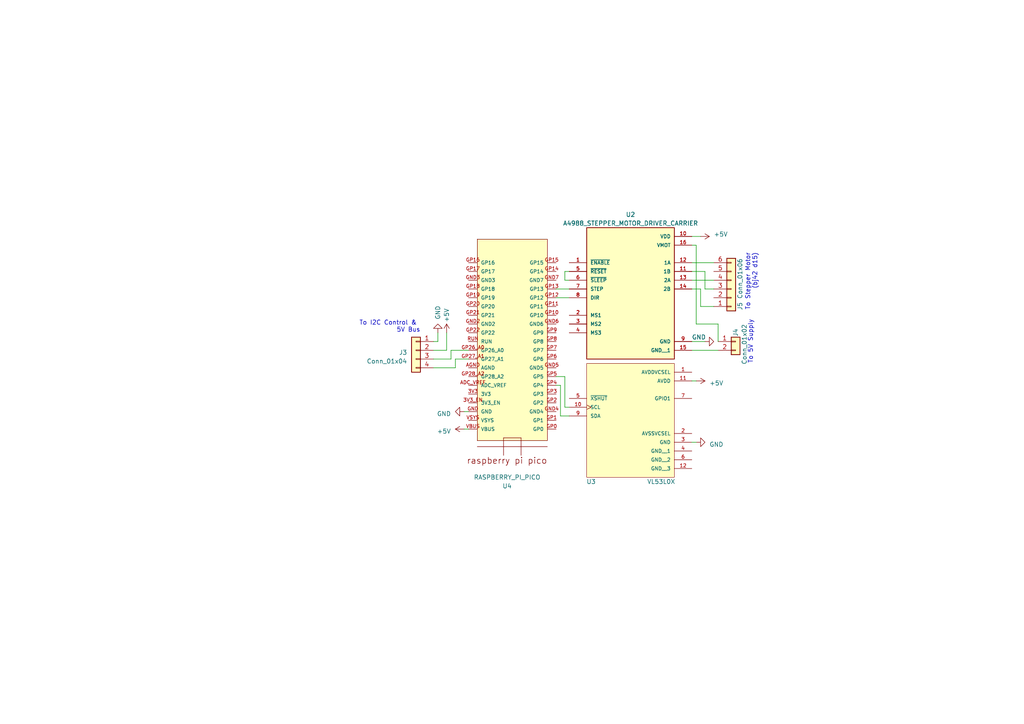
<source format=kicad_sch>
(kicad_sch (version 20230121) (generator eeschema)
  (paper "A4")
  (title_block (title "BarBot Caddy Schematic") (date "2024-02-01") (rev "1") (company "Nottinghack"))
  (lib_symbols
    (symbol "A4988_STEPPER_MOTOR_DRIVER_CARRIER:A4988_STEPPER_MOTOR_DRIVER_CARRIER" (pin_names (offset 1.016))
      (property "Reference" "U" (at -12.7 19.05 0))
      (property "Value" "A4988_STEPPER_MOTOR_DRIVER_CARRIER" (at -12.7 -24.13 0))
      (symbol "A4988_STEPPER_MOTOR_DRIVER_CARRIER_0_0"
        (rectangle (start -12.7 -20.32) (end 12.7 17.78) (stroke (width 0.254)) (fill (type background)))
        (pin input line (at -17.78 7.62 0) (length 5.08) (name "~{ENABLE}") (number "1"))
        (pin power_in line (at 17.78 15.24 180) (length 5.08) (name "VDD") (number "10"))
        (pin output line (at 17.78 5.08 180) (length 5.08) (name "1B") (number "11"))
        (pin output line (at 17.78 7.62 180) (length 5.08) (name "1A") (number "12"))
        (pin output line (at 17.78 2.54 180) (length 5.08) (name "2A") (number "13"))
        (pin output line (at 17.78 0 180) (length 5.08) (name "2B") (number "14"))
        (pin power_in line (at 17.78 -17.78 180) (length 5.08) (name "GND__1") (number "15"))
        (pin power_in line (at 17.78 12.7 180) (length 5.08) (name "VMOT") (number "16"))
        (pin input line (at -17.78 -7.62 0) (length 5.08) (name "MS1") (number "2"))
        (pin input line (at -17.78 -10.16 0) (length 5.08) (name "MS2") (number "3"))
        (pin input line (at -17.78 -12.7 0) (length 5.08) (name "MS3") (number "4"))
        (pin input line (at -17.78 5.08 0) (length 5.08) (name "~{RESET}") (number "5"))
        (pin input line (at -17.78 2.54 0) (length 5.08) (name "~{SLEEP}") (number "6"))
        (pin input line (at -17.78 0 0) (length 5.08) (name "STEP") (number "7"))
        (pin input line (at -17.78 -2.54 0) (length 5.08) (name "DIR") (number "8"))
        (pin power_in line (at 17.78 -15.24 180) (length 5.08) (name "GND") (number "9"))
      )
    )
    (symbol "Connector_Generic:Conn_01x02" (pin_names (offset 1.016) hide)
      (property "Reference" "J" (at 0 2.54 0))
      (property "Value" "Conn_01x02" (at 0 -5.08 0))
      (symbol "Conn_01x02_1_1"
        (rectangle (start -1.27 -2.413) (end 0 -2.667) (stroke (width 0.1524)))
        (rectangle (start -1.27 0.127) (end 0 -0.127) (stroke (width 0.1524)))
        (rectangle (start -1.27 1.27) (end 1.27 -3.81) (stroke (width 0.254)) (fill (type background)))
        (pin passive line (at -5.08 0 0) (length 3.81) (name "Pin_1") (number "1"))
        (pin passive line (at -5.08 -2.54 0) (length 3.81) (name "Pin_2") (number "2"))
      )
    )
    (symbol "Connector_Generic:Conn_01x04" (pin_names (offset 1.016) hide)
      (property "Reference" "J" (at 0 5.08 0))
      (property "Value" "Conn_01x04" (at 0 -7.62 0))
      (symbol "Conn_01x04_1_1"
        (rectangle (start -1.27 -4.953) (end 0 -5.207) (stroke (width 0.1524)))
        (rectangle (start -1.27 -2.413) (end 0 -2.667) (stroke (width 0.1524)))
        (rectangle (start -1.27 0.127) (end 0 -0.127) (stroke (width 0.1524)))
        (rectangle (start -1.27 2.667) (end 0 2.413) (stroke (width 0.1524)))
        (rectangle (start -1.27 3.81) (end 1.27 -6.35) (stroke (width 0.254)) (fill (type background)))
        (pin passive line (at -5.08 2.54 0) (length 3.81) (name "Pin_1") (number "1"))
        (pin passive line (at -5.08 0 0) (length 3.81) (name "Pin_2") (number "2"))
        (pin passive line (at -5.08 -2.54 0) (length 3.81) (name "Pin_3") (number "3"))
        (pin passive line (at -5.08 -5.08 0) (length 3.81) (name "Pin_4") (number "4"))
      )
    )
    (symbol "Connector_Generic:Conn_01x06" (pin_names (offset 1.016) hide)
      (property "Reference" "J" (at 0 7.62 0))
      (property "Value" "Conn_01x06" (at 0 -10.16 0))
      (symbol "Conn_01x06_1_1"
        (rectangle (start -1.27 -7.493) (end 0 -7.747) (stroke (width 0.1524)))
        (rectangle (start -1.27 -4.953) (end 0 -5.207) (stroke (width 0.1524)))
        (rectangle (start -1.27 -2.413) (end 0 -2.667) (stroke (width 0.1524)))
        (rectangle (start -1.27 0.127) (end 0 -0.127) (stroke (width 0.1524)))
        (rectangle (start -1.27 2.667) (end 0 2.413) (stroke (width 0.1524)))
        (rectangle (start -1.27 5.207) (end 0 4.953) (stroke (width 0.1524)))
        (rectangle (start -1.27 6.35) (end 1.27 -8.89) (stroke (width 0.254)) (fill (type background)))
        (pin passive line (at -5.08 5.08 0) (length 3.81) (name "Pin_1") (number "1"))
        (pin passive line (at -5.08 2.54 0) (length 3.81) (name "Pin_2") (number "2"))
        (pin passive line (at -5.08 0 0) (length 3.81) (name "Pin_3") (number "3"))
        (pin passive line (at -5.08 -2.54 0) (length 3.81) (name "Pin_4") (number "4"))
        (pin passive line (at -5.08 -5.08 0) (length 3.81) (name "Pin_5") (number "5"))
        (pin passive line (at -5.08 -7.62 0) (length 3.81) (name "Pin_6") (number "6"))
      )
    )
    (symbol "RASPBERRY_PI_PICO:RASPBERRY_PI_PICO" (pin_names (offset 1.016))
      (property "Reference" "U" (at 0 0 0))
      (property "Value" "RASPBERRY_PI_PICO" (at 0 0 0))
      (symbol "RASPBERRY_PI_PICO_0_0"
        (rectangle (start -7.62 -34.7604) (end 12.7 23.6596) (stroke (width 0.1524)) (fill (type background)))
        (polyline (pts (xy 0 22.86) (xy 5.08 22.86)) (stroke (width 0.1524)))
        (polyline (pts (xy 0 27.94) (xy 0 22.86)) (stroke (width 0.1524)))
        (polyline (pts (xy 5.08 22.86) (xy 5.08 27.94)) (stroke (width 0.1524)))
        (polyline (pts (xy 12.7 25.4) (xy -7.62 25.4)) (stroke (width 0.1524)))
        (text "raspberry pi pico" (at -7.62 30.48 0) (effects (font (size 1.778 1.778)) (justify left bottom)))
        (pin bidirectional line (at 15.24 10.16 180) (length 2.54) (name "3V3") (number "3V3"))
        (pin bidirectional line (at 15.24 12.7 180) (length 2.54) (name "3V3_EN") (number "3V3_EN"))
        (pin bidirectional line (at 15.24 7.62 180) (length 2.54) (name "ADC_VREF") (number "ADC_VREF"))
        (pin bidirectional line (at 15.24 2.54 180) (length 2.54) (name "AGND") (number "AGND"))
        (pin bidirectional line (at 15.24 15.24 180) (length 2.54) (name "GND") (number "GND"))
        (pin bidirectional line (at 15.24 -10.16 180) (length 2.54) (name "GND2") (number "GND2"))
        (pin bidirectional line (at 15.24 -22.86 180) (length 2.54) (name "GND3") (number "GND3"))
        (pin bidirectional line (at -10.16 15.24 0) (length 2.54) (name "GND4") (number "GND4"))
        (pin bidirectional line (at -10.16 2.54 0) (length 2.54) (name "GND5") (number "GND5"))
        (pin bidirectional line (at -10.16 -10.16 0) (length 2.54) (name "GND6") (number "GND6"))
        (pin bidirectional line (at -10.16 -22.86 0) (length 2.54) (name "GND7") (number "GND7"))
        (pin bidirectional line (at -10.16 20.32 0) (length 2.54) (name "GP0") (number "GP0"))
        (pin bidirectional line (at -10.16 17.78 0) (length 2.54) (name "GP1") (number "GP1"))
        (pin bidirectional line (at -10.16 -12.7 0) (length 2.54) (name "GP10") (number "GP10"))
        (pin bidirectional line (at -10.16 -15.24 0) (length 2.54) (name "GP11") (number "GP11"))
        (pin bidirectional line (at -10.16 -17.78 0) (length 2.54) (name "GP12") (number "GP12"))
        (pin bidirectional line (at -10.16 -20.32 0) (length 2.54) (name "GP13") (number "GP13"))
        (pin bidirectional line (at -10.16 -25.4 0) (length 2.54) (name "GP14") (number "GP14"))
        (pin bidirectional line (at -10.16 -27.94 0) (length 2.54) (name "GP15") (number "GP15"))
        (pin bidirectional line (at 15.24 -27.94 180) (length 2.54) (name "GP16") (number "GP16"))
        (pin bidirectional line (at 15.24 -25.4 180) (length 2.54) (name "GP17") (number "GP17"))
        (pin bidirectional line (at 15.24 -20.32 180) (length 2.54) (name "GP18") (number "GP18"))
        (pin bidirectional line (at 15.24 -17.78 180) (length 2.54) (name "GP19") (number "GP19"))
        (pin bidirectional line (at -10.16 12.7 0) (length 2.54) (name "GP2") (number "GP2"))
        (pin bidirectional line (at 15.24 -15.24 180) (length 2.54) (name "GP20") (number "GP20"))
        (pin bidirectional line (at 15.24 -12.7 180) (length 2.54) (name "GP21") (number "GP21"))
        (pin bidirectional line (at 15.24 -7.62 180) (length 2.54) (name "GP22") (number "GP22"))
        (pin bidirectional line (at 15.24 -2.54 180) (length 2.54) (name "GP26_A0") (number "GP26_A0"))
        (pin bidirectional line (at 15.24 0 180) (length 2.54) (name "GP27_A1") (number "GP27_A1"))
        (pin bidirectional line (at 15.24 5.08 180) (length 2.54) (name "GP28_A2") (number "GP28_A2"))
        (pin bidirectional line (at -10.16 10.16 0) (length 2.54) (name "GP3") (number "GP3"))
        (pin bidirectional line (at -10.16 7.62 0) (length 2.54) (name "GP4") (number "GP4"))
        (pin bidirectional line (at -10.16 5.08 0) (length 2.54) (name "GP5") (number "GP5"))
        (pin bidirectional line (at -10.16 0 0) (length 2.54) (name "GP6") (number "GP6"))
        (pin bidirectional line (at -10.16 -2.54 0) (length 2.54) (name "GP7") (number "GP7"))
        (pin bidirectional line (at -10.16 -5.08 0) (length 2.54) (name "GP8") (number "GP8"))
        (pin bidirectional line (at -10.16 -7.62 0) (length 2.54) (name "GP9") (number "GP9"))
        (pin bidirectional line (at 15.24 -5.08 180) (length 2.54) (name "RUN") (number "RUN"))
        (pin bidirectional line (at 15.24 20.32 180) (length 2.54) (name "VBUS") (number "VBUS"))
        (pin bidirectional line (at 15.24 17.78 180) (length 2.54) (name "VSYS") (number "VSYS"))
      )
    )
    (symbol "VL53L0X:VL53L0X" (pin_names (offset 1.016))
      (property "Reference" "U" (at -12.7254 13.2334 0))
      (property "Value" "VL53L0X" (at -12.7254 -22.8854 0))
      (symbol "VL53L0X_0_0"
        (rectangle (start -12.7 -20.32) (end 12.7 12.7) (stroke (width 0.127)) (fill (type background)))
        (pin power_in line (at 17.78 10.16 180) (length 5.08) (name "AVDDVCSEL") (number "1"))
        (pin input clock (at -17.78 0 0) (length 5.08) (name "SCL") (number "10"))
        (pin power_in line (at 17.78 7.62 180) (length 5.08) (name "AVDD") (number "11"))
        (pin power_in line (at 17.78 -17.78 180) (length 5.08) (name "GND__3") (number "12"))
        (pin power_in line (at 17.78 -7.62 180) (length 5.08) (name "AVSSVCSEL") (number "2"))
        (pin power_in line (at 17.78 -10.16 180) (length 5.08) (name "GND") (number "3"))
        (pin power_in line (at 17.78 -12.7 180) (length 5.08) (name "GND__1") (number "4"))
        (pin input line (at -17.78 2.54 0) (length 5.08) (name "~{XSHUT}") (number "5"))
        (pin power_in line (at 17.78 -15.24 180) (length 5.08) (name "GND__2") (number "6"))
        (pin output line (at 17.78 2.54 180) (length 5.08) (name "GPIO1") (number "7"))
        (pin bidirectional line (at -17.78 -2.54 0) (length 5.08) (name "SDA") (number "9"))
      )
    )
    (symbol "power:+5V" (power) (pin_names (offset 0))
      (property "Value" "+5V" (at 0 3.556 0))
      (symbol "+5V_0_1"
        (polyline (pts (xy -0.762 1.27) (xy 0 2.54)))
        (polyline (pts (xy 0 0) (xy 0 2.54)))
        (polyline (pts (xy 0 2.54) (xy 0.762 1.27)))
      )
      (symbol "+5V_1_1"
        (pin power_in line (at 0 0 90) (length 0) hide (name "+5V") (number "1"))
      )
    )
    (symbol "power:GND" (power) (pin_names (offset 0))
      (property "Value" "GND" (at 0 -3.81 0))
      (symbol "GND_0_1"
        (polyline (pts (xy 0 0) (xy 0 -1.27) (xy 1.27 -1.27) (xy 0 -2.54) (xy -1.27 -1.27) (xy 0 -1.27)))
      )
      (symbol "GND_1_1"
        (pin power_in line (at 0 0 270) (length 0) hide (name "GND") (number "1"))
      )
    )
  )
  (wire (pts (xy 132.08 104.14) (xy 132.08 106.68)))
  (wire (pts (xy 127 99.06) (xy 127 96.52)))
  (wire (pts (xy 163.83 109.22) (xy 163.83 118.11)))
  (wire (pts (xy 208.28 93.98) (xy 208.28 99.06)))
  (wire (pts (xy 200.66 83.82) (xy 203.2 83.82)))
  (wire (pts (xy 161.29 86.36) (xy 165.1 86.36)))
  (wire (pts (xy 161.29 109.22) (xy 163.83 109.22)))
  (wire (pts (xy 207.01 83.82) (xy 204.47 83.82)))
  (wire (pts (xy 135.89 104.14) (xy 132.08 104.14)))
  (wire (pts (xy 207.01 76.2) (xy 200.66 76.2)))
  (wire (pts (xy 161.29 111.76) (xy 162.56 111.76)))
  (wire (pts (xy 162.56 120.65) (xy 165.1 120.65)))
  (wire (pts (xy 201.93 71.12) (xy 200.66 71.12)))
  (wire (pts (xy 132.08 106.68) (xy 125.73 106.68)))
  (wire (pts (xy 200.66 78.74) (xy 204.47 78.74)))
  (wire (pts (xy 125.73 99.06) (xy 127 99.06)))
  (wire (pts (xy 200.66 101.6) (xy 208.28 101.6)))
  (wire (pts (xy 203.2 83.82) (xy 203.2 88.9)))
  (wire (pts (xy 207.01 81.28) (xy 200.66 81.28)))
  (wire (pts (xy 207.01 88.9) (xy 203.2 88.9)))
  (wire (pts (xy 204.47 78.74) (xy 204.47 83.82)))
  (wire (pts (xy 200.66 128.27) (xy 201.93 128.27)))
  (wire (pts (xy 200.66 110.49) (xy 201.93 110.49)))
  (wire (pts (xy 130.81 104.14) (xy 125.73 104.14)))
  (wire (pts (xy 134.62 119.38) (xy 135.89 119.38)))
  (wire (pts (xy 130.81 101.6) (xy 130.81 104.14)))
  (wire (pts (xy 203.2 68.58) (xy 200.66 68.58)))
  (wire (pts (xy 165.1 78.74) (xy 163.83 78.74)))
  (wire (pts (xy 163.83 118.11) (xy 165.1 118.11)))
  (wire (pts (xy 134.62 124.46) (xy 135.89 124.46)))
  (wire (pts (xy 163.83 78.74) (xy 163.83 81.28)))
  (wire (pts (xy 162.56 111.76) (xy 162.56 120.65)))
  (wire (pts (xy 125.73 101.6) (xy 129.54 101.6)))
  (wire (pts (xy 129.54 101.6) (xy 129.54 96.52)))
  (wire (pts (xy 201.93 93.98) (xy 208.28 93.98)))
  (wire (pts (xy 204.47 99.06) (xy 200.66 99.06)))
  (wire (pts (xy 161.29 83.82) (xy 165.1 83.82)))
  (wire (pts (xy 201.93 93.98) (xy 201.93 71.12)))
  (wire (pts (xy 163.83 81.28) (xy 165.1 81.28)))
  (wire (pts (xy 135.89 101.6) (xy 130.81 101.6)))
  (text "To I2C Control & \n5V Bus" (at 121.92 96.52 0) (effects (font (size 1.27 1.27)) (justify right bottom)))
  (text "To 5V Supply" (at 218.44 92.71 90) (effects (font (size 1.27 1.27)) (justify right bottom)))
  (text "To Stepper Motor \n(bj42 d15) " (at 219.71 72.39 90) (effects (font (size 1.27 1.27)) (justify right bottom)))
  (symbol (lib_id "VL53L0X:VL53L0X") (at 182.88 118.11 0) (unit 1)
    (property "Reference" "U3" (at 171.45 139.7 0))
    (property "Value" "VL53L0X" (at 191.77 139.7 0))
    (property "Footprint" "SnapEDA Library:SENSOR_VL53L0X" (effects hide))
    (property "STANDARD" "Manufacturer Recommendation" (effects hide))
    (property "PART_REV" "1.0" (effects hide))
    (property "MANUFACTURER" "ST Microelectronics" (effects hide))
  )
  (symbol (lib_id "power:GND") (at 204.47 99.06 90) (unit 1)
    (property "Reference" "#PWR01" (effects hide))
    (property "Value" "GND" (at 200.66 97.79 90) (effects (justify right)))
  )
  (symbol (lib_id "Connector_Generic:Conn_01x02") (at 213.36 99.06 0) (unit 1)
    (property "Reference" "J4" (at 213.36 95.25 90) (effects (justify right)))
    (property "Value" "Conn_01x02" (at 215.9 93.98 90) (effects (justify right)))
  )
  (symbol (lib_id "Connector_Generic:Conn_01x04") (at 120.65 101.6 0) (mirror y) (unit 1)
    (property "Reference" "J3" (at 118.11 102.235 0) (effects (justify left)))
    (property "Value" "Conn_01x04" (at 118.11 104.775 0) (effects (justify left)))
  )
  (symbol (lib_id "Connector_Generic:Conn_01x06") (at 212.09 83.82 0) (mirror x) (unit 1)
    (property "Reference" "J5" (at 214.63 87.63 90) (effects (justify left)))
    (property "Value" "Conn_01x06" (at 214.63 74.93 90) (effects (justify left)))
  )
  (symbol (lib_id "power:+5V") (at 134.62 124.46 90) (unit 1)
    (property "Reference" "#PWR03" (effects hide))
    (property "Value" "+5V" (at 130.81 125.095 90) (effects (justify left)))
  )
  (symbol (lib_id "A4988_STEPPER_MOTOR_DRIVER_CARRIER:A4988_STEPPER_MOTOR_DRIVER_CARRIER") (at 182.88 83.82 0) (unit 1)
    (property "Reference" "U2" (at 182.88 62.23 0))
    (property "Value" "A4988_STEPPER_MOTOR_DRIVER_CARRIER" (at 182.88 64.77 0))
    (property "Footprint" "SnapEDA Library:MODULE_A4988_STEPPER_MOTOR_DRIVER_CARRIER" (effects hide))
    (property "MF" "Pololu" (effects hide))
    (property "DESCRIPTION" "Stepper motor controler; IC: A4988; 1A; Uin mot: 8÷35V" (effects hide))
    (property "PACKAGE" "None" (effects hide))
    (property "PRICE" "None" (effects hide))
    (property "MP" "A4988 STEPPER MOTOR DRIVER CARRIER" (effects hide))
    (property "AVAILABILITY" "Unavailable" (effects hide))
  )
  (symbol (lib_id "power:+5V") (at 129.54 96.52 0) (mirror y) (unit 1)
    (property "Reference" "#PWR08" (effects hide))
    (property "Value" "+5V" (at 129.54 91.44 90))
  )
  (symbol (lib_id "RASPBERRY_PI_PICO:RASPBERRY_PI_PICO") (at 151.13 104.14 180) (unit 1)
    (property "Reference" "U4" (at 147.0885 140.97 0))
    (property "Value" "RASPBERRY_PI_PICO" (at 147.0885 138.43 0))
    (property "Footprint" "RASPBERRY_PI_PICO:RASPBERRY_PI_PICO" (effects hide))
    (property "MF" "Raspberry Pi" (effects hide))
    (property "Description" "\nRaspberry Pi Board, Arm Cortex-M0+; Core Architecture:Arm; Core Sub-Architecture:Cortex-M0+; Kit Contents:Raspberry Pi Pico Board; No. Of Bits:32Bit; Silicon Core Number:Rp2040; Silicon Manufacturer:Raspberry Pi |Raspberry-Pi RASPBERRY PI PICO\n" (effects hide))
    (property "Package" "None" (effects hide))
    (property "Price" "None" (effects hide))
    (property "SnapEDA_Link" "https://www.snapeda.com/parts/RASPBERRY%20PI%20PICO/Raspberry+Pi/view-part/?ref=snap" (effects hide))
    (property "MP" "RASPBERRY PI PICO" (effects hide))
    (property "Availability" "In Stock" (effects hide))
    (property "Check_prices" "https://www.snapeda.com/parts/RASPBERRY%20PI%20PICO/Raspberry+Pi/view-part/?ref=eda" (effects hide))
  )
  (symbol (lib_id "power:+5V") (at 203.2 68.58 270) (unit 1)
    (property "Reference" "#PWR02" (effects hide))
    (property "Value" "+5V" (at 207.01 67.945 90) (effects (justify left)))
  )
  (symbol (lib_id "power:GND") (at 201.93 128.27 90) (mirror x) (unit 1)
    (property "Reference" "#PWR06" (effects hide))
    (property "Value" "GND" (at 205.74 128.905 90) (effects (justify right)))
  )
  (symbol (lib_id "power:GND") (at 127 96.52 180) (unit 1)
    (property "Reference" "#PWR07" (effects hide))
    (property "Value" "GND" (at 127 92.71 90) (effects (justify right)))
  )
  (symbol (lib_id "power:GND") (at 134.62 119.38 270) (unit 1)
    (property "Reference" "#PWR04" (effects hide))
    (property "Value" "GND" (at 130.81 120.015 90) (effects (justify right)))
  )
  (symbol (lib_id "power:+5V") (at 201.93 110.49 270) (mirror x) (unit 1)
    (property "Reference" "#PWR05" (effects hide))
    (property "Value" "+5V" (at 205.74 111.125 90) (effects (justify left)))
  )
)
</source>
